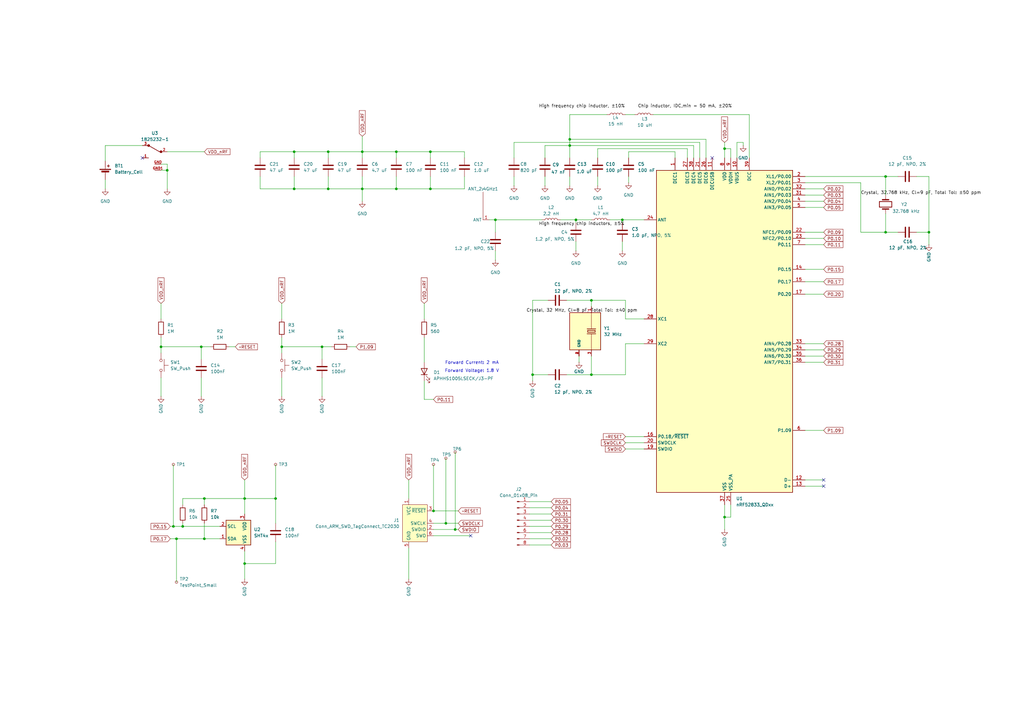
<source format=kicad_sch>
(kicad_sch (version 20231120) (generator "eeschema") (generator_version "8.0")
  (paper "A3")
  (lib_symbols
    (symbol "CX3225SB32000D0FPLCC:CX3225SB32000D0FPLCC" (pin_names (offset 1.016))
      (property "Reference" "Y" (at -7.6372 7.6315 0))
      (property "Value" "CX3225SB32000D0FPLCC" (at -7.6305 -8.8987 0))
      (symbol "CX3225SB32000D0FPLCC_0_0"
        (pin passive line (at -10.16 2.54 0) (length 2.54) (name "~") (number "1"))
        (pin power_in line (at 10.16 -2.54 180) (length 2.54) (name "GND") (number "2"))
        (pin passive line (at 10.16 2.54 180) (length 2.54) (name "~") (number "3"))
        (pin power_in line (at 10.16 -2.54 180) (length 2.54) (name "GND") (number "4"))
      )
    )
    (symbol "Connector:Conn_01x08_Pin" (pin_names (offset 1.016) hide)
      (property "Reference" "J" (at 0 10.16 0))
      (property "Value" "Conn_01x08_Pin" (at 0 -12.7 0))
      (symbol "Conn_01x08_Pin_1_1"
        (pin passive line (at 5.08 7.62 180) (length 3.81) (name "Pin_1") (number "1"))
        (pin passive line (at 5.08 5.08 180) (length 3.81) (name "Pin_2") (number "2"))
        (pin passive line (at 5.08 2.54 180) (length 3.81) (name "Pin_3") (number "3"))
        (pin passive line (at 5.08 0 180) (length 3.81) (name "Pin_4") (number "4"))
        (pin passive line (at 5.08 -2.54 180) (length 3.81) (name "Pin_5") (number "5"))
        (pin passive line (at 5.08 -5.08 180) (length 3.81) (name "Pin_6") (number "6"))
        (pin passive line (at 5.08 -7.62 180) (length 3.81) (name "Pin_7") (number "7"))
        (pin passive line (at 5.08 -10.16 180) (length 3.81) (name "Pin_8") (number "8"))
      )
    )
    (symbol "Connector:Conn_ARM_SWD_TagConnect_TC2030" (in_bom no)
      (property "Reference" "J" (at 2.54 11.43 0))
      (property "Value" "Conn_ARM_SWD_TagConnect_TC2030" (at 5.08 8.89 0))
      (symbol "Conn_ARM_SWD_TagConnect_TC2030_0_0"
        (pin power_in line (at -2.54 10.16 270) (length 2.54) (name "VCC") (number "1"))
        (pin bidirectional line (at 7.62 -2.54 180) (length 2.54) (name "SWDIO") (number "2"))
        (pin open_collector line (at 7.62 5.08 180) (length 2.54) (name "~{RESET}") (number "3"))
        (pin output line (at 7.62 0 180) (length 2.54) (name "SWCLK") (number "4"))
        (pin power_in line (at -2.54 -10.16 90) (length 2.54) (name "GND") (number "5"))
        (pin input line (at 7.62 -5.08 180) (length 2.54) (name "SWO") (number "6"))
      )
    )
    (symbol "Connector:TestPoint_Small" (pin_numbers hide) (pin_names (offset 0.762) hide)
      (property "Reference" "TP" (at 0 3.81 0))
      (property "Value" "TestPoint_Small" (at 0 2.032 0))
      (symbol "TestPoint_Small_1_1"
        (pin passive line (at 0 0 90) (length 0) (name "1") (number "1"))
      )
    )
    (symbol "Device:Battery_Cell" (pin_numbers hide) (pin_names (offset 0) hide)
      (property "Reference" "BT" (at 2.54 2.54 0))
      (property "Value" "Battery_Cell" (at 2.54 0 0))
      (symbol "Battery_Cell_1_1"
        (pin passive line (at 0 5.08 270) (length 2.54) (name "+") (number "1"))
        (pin passive line (at 0 -2.54 90) (length 2.54) (name "-") (number "2"))
      )
    )
    (symbol "Device:C" (pin_numbers hide) (pin_names (offset 0.254))
      (property "Reference" "C" (at 0.635 2.54 0))
      (property "Value" "C" (at 0.635 -2.54 0))
      (symbol "C_1_1"
        (pin passive line (at 0 3.81 270) (length 2.794) (name "~") (number "1"))
        (pin passive line (at 0 -3.81 90) (length 2.794) (name "~") (number "2"))
      )
    )
    (symbol "Device:Crystal" (pin_numbers hide) (pin_names (offset 1.016) hide)
      (property "Reference" "Y" (at 0 3.81 0))
      (property "Value" "Crystal" (at 0 -3.81 0))
      (symbol "Crystal_1_1"
        (pin passive line (at -3.81 0 0) (length 1.27) (name "1") (number "1"))
        (pin passive line (at 3.81 0 180) (length 1.27) (name "2") (number "2"))
      )
    )
    (symbol "Device:L" (pin_numbers hide) (pin_names (offset 1.016) hide)
      (property "Reference" "L" (at -1.27 0 90))
      (property "Value" "L" (at 1.905 0 90))
      (symbol "L_1_1"
        (pin passive line (at 0 3.81 270) (length 1.27) (name "1") (number "1"))
        (pin passive line (at 0 -3.81 90) (length 1.27) (name "2") (number "2"))
      )
    )
    (symbol "Device:LED" (pin_numbers hide) (pin_names (offset 1.016) hide)
      (property "Reference" "D" (at 0 2.54 0))
      (property "Value" "LED" (at 0 -2.54 0))
      (symbol "LED_1_1"
        (pin passive line (at -3.81 0 0) (length 2.54) (name "K") (number "1"))
        (pin passive line (at 3.81 0 180) (length 2.54) (name "A") (number "2"))
      )
    )
    (symbol "Device:R" (pin_numbers hide) (pin_names (offset 0))
      (property "Reference" "R" (at 2.032 0 90))
      (property "Value" "R" (at 0 0 90))
      (symbol "R_1_1"
        (pin passive line (at 0 3.81 270) (length 1.27) (name "~") (number "1"))
        (pin passive line (at 0 -3.81 90) (length 1.27) (name "~") (number "2"))
      )
    )
    (symbol "MCU_Nordic:nRF52833_QDxx"
      (property "Reference" "U" (at 0 5.08 0))
      (property "Value" "nRF52833_QDxx" (at 0 2.54 0))
      (symbol "nRF52833_QDxx_1_1"
        (pin passive line (at -20.32 71.12 270) (length 5.08) (name "DEC1") (number "1"))
        (pin power_in line (at 5.08 71.12 270) (length 5.08) (name "VBUS") (number "10"))
        (pin passive line (at -5.08 71.12 270) (length 5.08) (name "DECUSB") (number "11"))
        (pin bidirectional line (at 33.02 -60.96 180) (length 5.08) (name "D-") (number "12"))
        (pin bidirectional line (at 33.02 -63.5 180) (length 5.08) (name "D+") (number "13"))
        (pin bidirectional line (at 33.02 25.4 180) (length 5.08) (name "P0.15") (number "14"))
        (pin bidirectional line (at 33.02 20.32 180) (length 5.08) (name "P0.17") (number "15"))
        (pin bidirectional line (at -33.02 -43.18 0) (length 5.08) (name "P0.18/~{RESET}") (number "16"))
        (pin bidirectional line (at 33.02 15.24 180) (length 5.08) (name "P0.20") (number "17"))
        (pin passive line (at 0 71.12 270) (length 5.08) hide (name "VDD") (number "18"))
        (pin bidirectional line (at -33.02 -48.26 0) (length 5.08) (name "SWDIO") (number "19"))
        (pin bidirectional line (at 33.02 63.5 180) (length 5.08) (name "XL1/P0.00") (number "2"))
        (pin input line (at -33.02 -45.72 0) (length 5.08) (name "SWDCLK") (number "20"))
        (pin passive line (at -10.16 71.12 270) (length 5.08) (name "DEC5") (number "21"))
        (pin bidirectional line (at 33.02 40.64 180) (length 5.08) (name "NFC1/P0.09") (number "22"))
        (pin bidirectional line (at 33.02 38.1 180) (length 5.08) (name "NFC2/P0.10") (number "23"))
        (pin passive line (at -33.02 45.72 0) (length 5.08) (name "ANT") (number "24"))
        (pin power_in line (at 2.54 -71.12 90) (length 5.08) (name "VSS_PA") (number "25"))
        (pin passive line (at -7.62 71.12 270) (length 5.08) (name "DEC6") (number "26"))
        (pin passive line (at -15.24 71.12 270) (length 5.08) (name "DEC3") (number "27"))
        (pin input line (at -33.02 5.08 0) (length 5.08) (name "XC1") (number "28"))
        (pin input line (at -33.02 -5.08 0) (length 5.08) (name "XC2") (number "29"))
        (pin bidirectional line (at 33.02 60.96 180) (length 5.08) (name "XL2/P0.01") (number "3"))
        (pin passive line (at 0 71.12 270) (length 5.08) hide (name "VDD") (number "30"))
        (pin bidirectional line (at 33.02 55.88 180) (length 5.08) (name "AIN1/P0.03") (number "31"))
        (pin bidirectional line (at 33.02 58.42 180) (length 5.08) (name "AIN0/P0.02") (number "32"))
        (pin bidirectional line (at 33.02 -5.08 180) (length 5.08) (name "AIN4/P0.28") (number "33"))
        (pin bidirectional line (at 33.02 -7.62 180) (length 5.08) (name "AIN5/P0.29") (number "34"))
        (pin bidirectional line (at 33.02 -10.16 180) (length 5.08) (name "AIN6/P0.30") (number "35"))
        (pin bidirectional line (at 33.02 -12.7 180) (length 5.08) (name "AIN7/P0.31") (number "36"))
        (pin power_in line (at 0 -71.12 90) (length 5.08) (name "VSS") (number "37"))
        (pin passive line (at -12.7 71.12 270) (length 5.08) (name "DEC4") (number "38"))
        (pin power_out line (at 10.16 71.12 270) (length 5.08) (name "DCC") (number "39"))
        (pin bidirectional line (at 33.02 53.34 180) (length 5.08) (name "AIN2/P0.04") (number "4"))
        (pin passive line (at 0 71.12 270) (length 5.08) hide (name "VDD") (number "40"))
        (pin passive line (at 0 -71.12 90) (length 5.08) hide (name "VSS") (number "41"))
        (pin bidirectional line (at 33.02 50.8 180) (length 5.08) (name "AIN3/P0.05") (number "5"))
        (pin bidirectional line (at 33.02 -40.64 180) (length 5.08) (name "P1.09") (number "6"))
        (pin bidirectional line (at 33.02 35.56 180) (length 5.08) (name "P0.11") (number "7"))
        (pin power_in line (at 0 71.12 270) (length 5.08) (name "VDD") (number "8"))
        (pin power_in line (at 2.54 71.12 270) (length 5.08) (name "VDDH") (number "9"))
      )
    )
    (symbol "Sensor_Humidity:SHT4x"
      (property "Reference" "U" (at 0 8.89 0))
      (property "Value" "SHT4x" (at 0 6.35 0))
      (symbol "SHT4x_1_1"
        (pin bidirectional line (at -7.62 -2.54 0) (length 2.54) (name "SDA") (number "1"))
        (pin input line (at -7.62 2.54 0) (length 2.54) (name "SCL") (number "2"))
        (pin power_in line (at 2.54 7.62 270) (length 2.54) (name "VDD") (number "3"))
        (pin power_in line (at 2.54 -7.62 90) (length 2.54) (name "VSS") (number "4"))
      )
    )
    (symbol "Switch:SW_Push" (pin_numbers hide) (pin_names (offset 1.016) hide)
      (property "Reference" "SW" (at 1.27 2.54 0))
      (property "Value" "SW_Push" (at 0 -1.524 0))
      (symbol "SW_Push_0_1"
        (pin passive line (at -5.08 0 0) (length 2.54) (name "1") (number "1"))
        (pin passive line (at 5.08 0 180) (length 2.54) (name "2") (number "2"))
      )
    )
    (symbol "antenna_2_4ghz:antenna-2.Ghz"
      (property "Reference" "ANT_2.4GHz" (at 6.858 1.016 0))
      (symbol "antenna-2.Ghz_1_1"
        (pin input line (at 0 -2.54 90) (length 2.54) (name "ANT") (number "1"))
      )
    )
    (symbol "power:GND" (power) (pin_numbers hide) (pin_names (offset 0) hide)
      (property "Value" "GND" (at 0 -3.81 0))
      (symbol "GND_1_1"
        (pin power_in line (at 0 0 270) (length 0) (name "~") (number "1"))
      )
    )
    (symbol "slide_switch:1825232-1" (pin_names (offset 1.016))
      (property "Reference" "U" (at 0 1.5247 0))
      (property "Value" "1825232-1" (at 0 7.1182 0))
      (symbol "1825232-1_0_0"
        (pin passive line (at -5.08 -7.62 0) (length 2.54) (name "~") (number "1"))
        (pin passive line (at 5.08 -5.08 180) (length 2.54) (name "~") (number "2"))
        (pin passive line (at -5.08 -2.54 0) (length 2.54) (name "~") (number "3"))
        (pin passive line (at 2.54 -10.16 180) (length 2.54) (name "~") (number "GND"))
        (pin passive line (at 2.54 -12.7 180) (length 2.54) (name "~") (number "GND1"))
      )
    )
  )
  (junction (at 233.68 59.69))
  (junction (at 82.55 142.24))
  (junction (at 297.18 60.96))
  (junction (at 363.22 72.39))
  (junction (at 83.82 220.98))
  (junction (at 68.58 69.85))
  (junction (at 71.12 215.9))
  (junction (at 162.56 62.23))
  (junction (at 203.2 90.17))
  (junction (at 100.33 231.14))
  (junction (at 186.69 217.17))
  (junction (at 72.39 220.98))
  (junction (at 148.59 77.47))
  (junction (at 66.04 142.24))
  (junction (at 100.33 204.47))
  (junction (at 176.53 77.47))
  (junction (at 120.65 62.23))
  (junction (at 134.62 77.47))
  (junction (at 176.53 62.23))
  (junction (at 148.59 62.23))
  (junction (at 381 95.25))
  (junction (at 177.8 209.55))
  (junction (at 120.65 77.47))
  (junction (at 132.08 142.24))
  (junction (at 242.57 153.67))
  (junction (at 74.93 215.9))
  (junction (at 297.18 212.09))
  (junction (at 83.82 204.47))
  (junction (at 236.22 90.17))
  (junction (at 134.62 62.23))
  (junction (at 113.03 204.47))
  (junction (at 242.57 123.19))
  (junction (at 233.68 57.15))
  (junction (at 182.88 214.63))
  (junction (at 115.57 142.24))
  (junction (at 162.56 77.47))
  (junction (at 255.27 90.17))
  (junction (at 363.22 95.25))
  (junction (at 218.44 153.67))
  (no_connect (at 58.42 64.77))
  (no_connect (at 193.04 219.71))
  (no_connect (at 292.1 64.77))
  (no_connect (at 337.82 196.85))
  (no_connect (at 337.82 199.39))
  (wire (pts (xy 375.92 95.25) (xy 381 95.25)))
  (wire (pts (xy 100.33 204.47) (xy 100.33 210.82)))
  (wire (pts (xy 299.72 207.01) (xy 299.72 212.09)))
  (wire (pts (xy 162.56 77.47) (xy 176.53 77.47)))
  (wire (pts (xy 233.68 59.69) (xy 284.48 59.69)))
  (wire (pts (xy 245.11 60.96) (xy 245.11 64.77)))
  (wire (pts (xy 210.82 58.42) (xy 210.82 64.77)))
  (wire (pts (xy 330.2 143.51) (xy 337.82 143.51)))
  (wire (pts (xy 190.5 64.77) (xy 190.5 62.23)))
  (wire (pts (xy 113.03 214.63) (xy 113.03 204.47)))
  (wire (pts (xy 43.18 59.69) (xy 58.42 59.69)))
  (wire (pts (xy 217.17 218.44) (xy 226.06 218.44)))
  (wire (pts (xy 113.03 190.5) (xy 113.03 204.47)))
  (wire (pts (xy 256.54 130.81) (xy 256.54 123.19)))
  (wire (pts (xy 330.2 199.39) (xy 337.82 199.39)))
  (wire (pts (xy 66.04 67.31) (xy 68.58 67.31)))
  (wire (pts (xy 115.57 142.24) (xy 132.08 142.24)))
  (wire (pts (xy 242.57 146.05) (xy 242.57 153.67)))
  (wire (pts (xy 100.33 226.06) (xy 100.33 231.14)))
  (wire (pts (xy 66.04 154.94) (xy 66.04 162.56)))
  (wire (pts (xy 148.59 64.77) (xy 148.59 62.23)))
  (wire (pts (xy 182.88 187.96) (xy 182.88 214.63)))
  (wire (pts (xy 68.58 62.23) (xy 83.82 62.23)))
  (wire (pts (xy 113.03 204.47) (xy 100.33 204.47)))
  (wire (pts (xy 173.99 124.46) (xy 173.99 130.81)))
  (wire (pts (xy 148.59 77.47) (xy 162.56 77.47)))
  (wire (pts (xy 132.08 142.24) (xy 132.08 147.32)))
  (wire (pts (xy 297.18 60.96) (xy 299.72 60.96)))
  (wire (pts (xy 281.94 60.96) (xy 245.11 60.96)))
  (wire (pts (xy 299.72 64.77) (xy 299.72 60.96)))
  (wire (pts (xy 245.11 72.39) (xy 245.11 76.2)))
  (wire (pts (xy 167.64 224.79) (xy 167.64 237.49)))
  (wire (pts (xy 233.68 59.69) (xy 233.68 64.77)))
  (wire (pts (xy 330.2 85.09) (xy 337.82 85.09)))
  (wire (pts (xy 256.54 184.15) (xy 264.16 184.15)))
  (wire (pts (xy 256.54 46.99) (xy 260.35 46.99)))
  (wire (pts (xy 302.26 64.77) (xy 302.26 58.42)))
  (wire (pts (xy 143.51 142.24) (xy 146.05 142.24)))
  (wire (pts (xy 264.16 90.17) (xy 255.27 90.17)))
  (wire (pts (xy 330.2 196.85) (xy 337.82 196.85)))
  (wire (pts (xy 381 95.25) (xy 381 100.33)))
  (wire (pts (xy 276.86 64.77) (xy 276.86 62.23)))
  (wire (pts (xy 71.12 215.9) (xy 74.93 215.9)))
  (wire (pts (xy 190.5 62.23) (xy 176.53 62.23)))
  (wire (pts (xy 148.59 77.47) (xy 148.59 82.55)))
  (wire (pts (xy 353.06 74.93) (xy 353.06 95.25)))
  (wire (pts (xy 363.22 72.39) (xy 368.3 72.39)))
  (wire (pts (xy 167.64 196.85) (xy 167.64 204.47)))
  (wire (pts (xy 120.65 72.39) (xy 120.65 77.47)))
  (wire (pts (xy 330.2 72.39) (xy 363.22 72.39)))
  (wire (pts (xy 83.82 220.98) (xy 90.17 220.98)))
  (wire (pts (xy 106.68 64.77) (xy 106.68 62.23)))
  (wire (pts (xy 242.57 123.19) (xy 256.54 123.19)))
  (wire (pts (xy 297.18 212.09) (xy 297.18 217.17)))
  (wire (pts (xy 217.17 210.82) (xy 226.06 210.82)))
  (wire (pts (xy 257.81 72.39) (xy 257.81 74.93)))
  (wire (pts (xy 120.65 62.23) (xy 120.65 64.77)))
  (wire (pts (xy 177.8 219.71) (xy 193.04 219.71)))
  (wire (pts (xy 330.2 120.65) (xy 337.82 120.65)))
  (wire (pts (xy 162.56 77.47) (xy 162.56 72.39)))
  (wire (pts (xy 330.2 95.25) (xy 337.82 95.25)))
  (wire (pts (xy 176.53 77.47) (xy 190.5 77.47)))
  (wire (pts (xy 74.93 207.01) (xy 74.93 204.47)))
  (wire (pts (xy 224.79 123.19) (xy 218.44 123.19)))
  (wire (pts (xy 229.87 90.17) (xy 236.22 90.17)))
  (wire (pts (xy 173.99 156.21) (xy 173.99 163.83)))
  (wire (pts (xy 190.5 72.39) (xy 190.5 77.47)))
  (wire (pts (xy 186.69 217.17) (xy 187.96 217.17)))
  (wire (pts (xy 66.04 142.24) (xy 66.04 144.78)))
  (wire (pts (xy 66.04 124.46) (xy 66.04 130.81)))
  (wire (pts (xy 200.66 90.17) (xy 203.2 90.17)))
  (wire (pts (xy 162.56 64.77) (xy 162.56 62.23)))
  (wire (pts (xy 66.04 142.24) (xy 82.55 142.24)))
  (wire (pts (xy 302.26 58.42) (xy 304.8 58.42)))
  (wire (pts (xy 248.92 46.99) (xy 233.68 46.99)))
  (wire (pts (xy 307.34 64.77) (xy 307.34 46.99)))
  (wire (pts (xy 173.99 163.83) (xy 177.8 163.83)))
  (wire (pts (xy 217.17 208.28) (xy 226.06 208.28)))
  (wire (pts (xy 330.2 74.93) (xy 353.06 74.93)))
  (wire (pts (xy 257.81 62.23) (xy 257.81 64.77)))
  (wire (pts (xy 115.57 142.24) (xy 115.57 144.78)))
  (wire (pts (xy 330.2 115.57) (xy 337.82 115.57)))
  (wire (pts (xy 330.2 77.47) (xy 337.82 77.47)))
  (wire (pts (xy 66.04 69.85) (xy 68.58 69.85)))
  (wire (pts (xy 233.68 57.15) (xy 233.68 59.69)))
  (wire (pts (xy 134.62 62.23) (xy 148.59 62.23)))
  (wire (pts (xy 148.59 62.23) (xy 162.56 62.23)))
  (wire (pts (xy 148.59 72.39) (xy 148.59 77.47)))
  (wire (pts (xy 232.41 153.67) (xy 242.57 153.67)))
  (wire (pts (xy 217.17 213.36) (xy 226.06 213.36)))
  (wire (pts (xy 330.2 176.53) (xy 337.82 176.53)))
  (wire (pts (xy 100.33 231.14) (xy 100.33 237.49)))
  (wire (pts (xy 256.54 140.97) (xy 256.54 153.67)))
  (wire (pts (xy 66.04 138.43) (xy 66.04 142.24)))
  (wire (pts (xy 284.48 64.77) (xy 284.48 59.69)))
  (wire (pts (xy 264.16 130.81) (xy 256.54 130.81)))
  (wire (pts (xy 237.49 146.05) (xy 237.49 148.59)))
  (wire (pts (xy 233.68 72.39) (xy 233.68 76.2)))
  (wire (pts (xy 68.58 69.85) (xy 68.58 77.47)))
  (wire (pts (xy 381 72.39) (xy 381 95.25)))
  (wire (pts (xy 289.56 64.77) (xy 289.56 57.15)))
  (wire (pts (xy 330.2 82.55) (xy 337.82 82.55)))
  (wire (pts (xy 106.68 62.23) (xy 120.65 62.23)))
  (wire (pts (xy 217.17 223.52) (xy 226.06 223.52)))
  (wire (pts (xy 242.57 123.19) (xy 242.57 125.73)))
  (wire (pts (xy 330.2 110.49) (xy 337.82 110.49)))
  (wire (pts (xy 256.54 179.07) (xy 264.16 179.07)))
  (wire (pts (xy 236.22 90.17) (xy 236.22 91.44)))
  (wire (pts (xy 233.68 46.99) (xy 233.68 57.15)))
  (wire (pts (xy 218.44 123.19) (xy 218.44 153.67)))
  (wire (pts (xy 82.55 142.24) (xy 82.55 147.32)))
  (wire (pts (xy 223.52 72.39) (xy 223.52 76.2)))
  (wire (pts (xy 106.68 77.47) (xy 120.65 77.47)))
  (wire (pts (xy 297.18 60.96) (xy 297.18 64.77)))
  (wire (pts (xy 256.54 181.61) (xy 264.16 181.61)))
  (wire (pts (xy 242.57 90.17) (xy 236.22 90.17)))
  (wire (pts (xy 115.57 154.94) (xy 115.57 162.56)))
  (wire (pts (xy 176.53 72.39) (xy 176.53 77.47)))
  (wire (pts (xy 330.2 80.01) (xy 337.82 80.01)))
  (wire (pts (xy 113.03 222.25) (xy 113.03 231.14)))
  (wire (pts (xy 115.57 138.43) (xy 115.57 142.24)))
  (wire (pts (xy 106.68 72.39) (xy 106.68 77.47)))
  (wire (pts (xy 71.12 190.5) (xy 71.12 215.9)))
  (wire (pts (xy 264.16 140.97) (xy 256.54 140.97)))
  (wire (pts (xy 203.2 90.17) (xy 222.25 90.17)))
  (wire (pts (xy 330.2 97.79) (xy 337.82 97.79)))
  (wire (pts (xy 177.8 190.5) (xy 177.8 209.55)))
  (wire (pts (xy 134.62 64.77) (xy 134.62 62.23)))
  (wire (pts (xy 255.27 90.17) (xy 255.27 91.44)))
  (wire (pts (xy 134.62 77.47) (xy 148.59 77.47)))
  (wire (pts (xy 132.08 154.94) (xy 132.08 162.56)))
  (wire (pts (xy 233.68 57.15) (xy 289.56 57.15)))
  (wire (pts (xy 93.98 142.24) (xy 96.52 142.24)))
  (wire (pts (xy 203.2 90.17) (xy 203.2 95.25)))
  (wire (pts (xy 186.69 217.17) (xy 186.69 185.42)))
  (wire (pts (xy 330.2 148.59) (xy 337.82 148.59)))
  (wire (pts (xy 82.55 154.94) (xy 82.55 162.56)))
  (wire (pts (xy 363.22 95.25) (xy 368.3 95.25)))
  (wire (pts (xy 330.2 100.33) (xy 337.82 100.33)))
  (wire (pts (xy 242.57 153.67) (xy 256.54 153.67)))
  (wire (pts (xy 69.85 220.98) (xy 72.39 220.98)))
  (wire (pts (xy 210.82 72.39) (xy 210.82 76.2)))
  (wire (pts (xy 330.2 140.97) (xy 337.82 140.97)))
  (wire (pts (xy 297.18 207.01) (xy 297.18 212.09)))
  (wire (pts (xy 134.62 72.39) (xy 134.62 77.47)))
  (wire (pts (xy 255.27 99.06) (xy 255.27 102.87)))
  (wire (pts (xy 74.93 204.47) (xy 83.82 204.47)))
  (wire (pts (xy 330.2 146.05) (xy 337.82 146.05)))
  (wire (pts (xy 281.94 64.77) (xy 281.94 60.96)))
  (wire (pts (xy 74.93 215.9) (xy 90.17 215.9)))
  (wire (pts (xy 74.93 214.63) (xy 74.93 215.9)))
  (wire (pts (xy 177.8 217.17) (xy 186.69 217.17)))
  (wire (pts (xy 148.59 55.88) (xy 148.59 62.23)))
  (wire (pts (xy 83.82 204.47) (xy 83.82 207.01)))
  (wire (pts (xy 162.56 62.23) (xy 176.53 62.23)))
  (wire (pts (xy 363.22 95.25) (xy 363.22 87.63)))
  (wire (pts (xy 217.17 205.74) (xy 226.06 205.74)))
  (wire (pts (xy 353.06 95.25) (xy 363.22 95.25)))
  (wire (pts (xy 72.39 220.98) (xy 72.39 238.76)))
  (wire (pts (xy 177.8 209.55) (xy 187.96 209.55)))
  (wire (pts (xy 83.82 214.63) (xy 83.82 220.98)))
  (wire (pts (xy 218.44 153.67) (xy 218.44 156.21)))
  (wire (pts (xy 83.82 204.47) (xy 100.33 204.47)))
  (wire (pts (xy 86.36 142.24) (xy 82.55 142.24)))
  (wire (pts (xy 267.97 46.99) (xy 307.34 46.99)))
  (wire (pts (xy 72.39 220.98) (xy 83.82 220.98)))
  (wire (pts (xy 100.33 196.85) (xy 100.33 204.47)))
  (wire (pts (xy 218.44 153.67) (xy 224.79 153.67)))
  (wire (pts (xy 217.17 215.9) (xy 226.06 215.9)))
  (wire (pts (xy 203.2 102.87) (xy 203.2 106.68)))
  (wire (pts (xy 43.18 66.04) (xy 43.18 59.69)))
  (wire (pts (xy 113.03 231.14) (xy 100.33 231.14)))
  (wire (pts (xy 276.86 62.23) (xy 257.81 62.23)))
  (wire (pts (xy 297.18 212.09) (xy 299.72 212.09)))
  (wire (pts (xy 223.52 59.69) (xy 223.52 64.77)))
  (wire (pts (xy 173.99 138.43) (xy 173.99 148.59)))
  (wire (pts (xy 43.18 73.66) (xy 43.18 77.47)))
  (wire (pts (xy 250.19 90.17) (xy 255.27 90.17)))
  (wire (pts (xy 217.17 220.98) (xy 226.06 220.98)))
  (wire (pts (xy 115.57 124.46) (xy 115.57 130.81)))
  (wire (pts (xy 363.22 72.39) (xy 363.22 80.01)))
  (wire (pts (xy 287.02 58.42) (xy 210.82 58.42)))
  (wire (pts (xy 68.58 67.31) (xy 68.58 69.85)))
  (wire (pts (xy 120.65 62.23) (xy 134.62 62.23)))
  (wire (pts (xy 304.8 58.42) (xy 304.8 59.69)))
  (wire (pts (xy 182.88 214.63) (xy 187.96 214.63)))
  (wire (pts (xy 236.22 99.06) (xy 236.22 102.87)))
  (wire (pts (xy 232.41 123.19) (xy 242.57 123.19)))
  (wire (pts (xy 223.52 59.69) (xy 233.68 59.69)))
  (wire (pts (xy 177.8 214.63) (xy 182.88 214.63)))
  (wire (pts (xy 375.92 72.39) (xy 381 72.39)))
  (wire (pts (xy 135.89 142.24) (xy 132.08 142.24)))
  (wire (pts (xy 120.65 77.47) (xy 134.62 77.47)))
  (wire (pts (xy 176.53 64.77) (xy 176.53 62.23)))
  (wire (pts (xy 69.85 215.9) (xy 71.12 215.9)))
  (wire (pts (xy 287.02 64.77) (xy 287.02 58.42)))
  (wire (pts (xy 297.18 58.42) (xy 297.18 60.96)))
  (text "Forward Voltage: 1.8 V " (at 194.056 152.146 0) (effects (font (size 1.27 1.27))))
  (text "Forward Current: 2 mA " (at 194.056 148.844 0) (effects (font (size 1.27 1.27))))
  (label "Crystal, 32.768 kHz, Cl=9 pF, Total Tol: ±50 ppm" (at 353.06 80.01 0))
  (label "High frequency chip inductor, ±10%" (at 220.98 44.45 0))
  (label "Crystal, 32 MHz, Cl=8 pF, Total Tol: ±40 ppm" (at 215.9 128.27 0))
  (label "Chip inductor, IDC,min = 50 mA, ±20%" (at 261.62 44.45 0))
  (label "High frequency chip inductors, ±5%" (at 220.98 92.71 0))
  (global_label "P0.31" (shape input) (at 337.82 148.59 0) (property "Intersheetrefs" "${INTERSHEET_REFS}" (effects (hide yes))))
  (global_label "VDD_nRF" (shape input) (at 297.18 58.42 90) (property "Intersheetrefs" "${INTERSHEET_REFS}" (effects (hide yes))))
  (global_label "P0.03" (shape input) (at 226.06 223.52 0) (property "Intersheetrefs" "${INTERSHEET_REFS}" (effects (hide yes))))
  (global_label "VDD_nRF" (shape input) (at 100.33 196.85 90) (property "Intersheetrefs" "${INTERSHEET_REFS}" (effects (hide yes))))
  (global_label "VDD_nRF" (shape input) (at 173.99 124.46 90) (property "Intersheetrefs" "${INTERSHEET_REFS}" (effects (hide yes))))
  (global_label "P0.11" (shape input) (at 177.8 163.83 0) (property "Intersheetrefs" "${INTERSHEET_REFS}" (effects (hide yes))))
  (global_label "~RESET" (shape input) (at 96.52 142.24 0) (property "Intersheetrefs" "${INTERSHEET_REFS}" (effects (hide yes))))
  (global_label "P0.30" (shape input) (at 337.82 146.05 0) (property "Intersheetrefs" "${INTERSHEET_REFS}" (effects (hide yes))))
  (global_label "P0.29" (shape input) (at 226.06 215.9 0) (property "Intersheetrefs" "${INTERSHEET_REFS}" (effects (hide yes))))
  (global_label "P0.11" (shape input) (at 337.82 100.33 0) (property "Intersheetrefs" "${INTERSHEET_REFS}" (effects (hide yes))))
  (global_label "P0.15" (shape input) (at 337.82 110.49 0) (property "Intersheetrefs" "${INTERSHEET_REFS}" (effects (hide yes))))
  (global_label "SWDCLK" (shape input) (at 187.96 214.63 0) (property "Intersheetrefs" "${INTERSHEET_REFS}" (effects (hide yes))))
  (global_label "P1.09" (shape input) (at 146.05 142.24 0) (property "Intersheetrefs" "${INTERSHEET_REFS}" (effects (hide yes))))
  (global_label "P0.03" (shape input) (at 337.82 80.01 0) (property "Intersheetrefs" "${INTERSHEET_REFS}" (effects (hide yes))))
  (global_label "VDD_nRF" (shape input) (at 66.04 124.46 90) (property "Intersheetrefs" "${INTERSHEET_REFS}" (effects (hide yes))))
  (global_label "VDD_nRF" (shape input) (at 148.59 55.88 90) (property "Intersheetrefs" "${INTERSHEET_REFS}" (effects (hide yes))))
  (global_label "P0.31" (shape input) (at 226.06 210.82 0) (property "Intersheetrefs" "${INTERSHEET_REFS}" (effects (hide yes))))
  (global_label "P0.04" (shape input) (at 226.06 208.28 0) (property "Intersheetrefs" "${INTERSHEET_REFS}" (effects (hide yes))))
  (global_label "P0.17" (shape input) (at 69.85 220.98 180) (property "Intersheetrefs" "${INTERSHEET_REFS}" (effects (hide yes))))
  (global_label "P0.02" (shape input) (at 226.06 220.98 0) (property "Intersheetrefs" "${INTERSHEET_REFS}" (effects (hide yes))))
  (global_label "P0.02" (shape input) (at 337.82 77.47 0) (property "Intersheetrefs" "${INTERSHEET_REFS}" (effects (hide yes))))
  (global_label "~RESET" (shape input) (at 187.96 209.55 0) (property "Intersheetrefs" "${INTERSHEET_REFS}" (effects (hide yes))))
  (global_label "P0.28" (shape input) (at 226.06 218.44 0) (property "Intersheetrefs" "${INTERSHEET_REFS}" (effects (hide yes))))
  (global_label "VDD_nRF" (shape input) (at 115.57 124.46 90) (property "Intersheetrefs" "${INTERSHEET_REFS}" (effects (hide yes))))
  (global_label "SWDIO" (shape input) (at 256.54 184.15 180) (property "Intersheetrefs" "${INTERSHEET_REFS}" (effects (hide yes))))
  (global_label "P0.04" (shape input) (at 337.82 82.55 0) (property "Intersheetrefs" "${INTERSHEET_REFS}" (effects (hide yes))))
  (global_label "P0.20" (shape input) (at 337.82 120.65 0) (property "Intersheetrefs" "${INTERSHEET_REFS}" (effects (hide yes))))
  (global_label "P0.30" (shape input) (at 226.06 213.36 0) (property "Intersheetrefs" "${INTERSHEET_REFS}" (effects (hide yes))))
  (global_label "SWDIO" (shape input) (at 187.96 217.17 0) (property "Intersheetrefs" "${INTERSHEET_REFS}" (effects (hide yes))))
  (global_label "P1.09" (shape input) (at 337.82 176.53 0) (property "Intersheetrefs" "${INTERSHEET_REFS}" (effects (hide yes))))
  (global_label "P0.05" (shape input) (at 337.82 85.09 0) (property "Intersheetrefs" "${INTERSHEET_REFS}" (effects (hide yes))))
  (global_label "P0.15" (shape input) (at 69.85 215.9 180) (property "Intersheetrefs" "${INTERSHEET_REFS}" (effects (hide yes))))
  (global_label "VDD_nRF" (shape input) (at 167.64 196.85 90) (property "Intersheetrefs" "${INTERSHEET_REFS}" (effects (hide yes))))
  (global_label "P0.10" (shape input) (at 337.82 97.79 0) (property "Intersheetrefs" "${INTERSHEET_REFS}" (effects (hide yes))))
  (global_label "VDD_nRF" (shape input) (at 83.82 62.23 0) (property "Intersheetrefs" "${INTERSHEET_REFS}" (effects (hide yes))))
  (global_label "SWDCLK" (shape input) (at 256.54 181.61 180) (property "Intersheetrefs" "${INTERSHEET_REFS}" (effects (hide yes))))
  (global_label "P0.09" (shape input) (at 337.82 95.25 0) (property "Intersheetrefs" "${INTERSHEET_REFS}" (effects (hide yes))))
  (global_label "P0.17" (shape input) (at 337.82 115.57 0) (property "Intersheetrefs" "${INTERSHEET_REFS}" (effects (hide yes))))
  (global_label "P0.29" (shape input) (at 337.82 143.51 0) (property "Intersheetrefs" "${INTERSHEET_REFS}" (effects (hide yes))))
  (global_label "P0.28" (shape input) (at 337.82 140.97 0) (property "Intersheetrefs" "${INTERSHEET_REFS}" (effects (hide yes))))
  (global_label "~RESET" (shape input) (at 256.54 179.07 180) (property "Intersheetrefs" "${INTERSHEET_REFS}" (effects (hide yes))))
  (global_label "P0.05" (shape input) (at 226.06 205.74 0) (property "Intersheetrefs" "${INTERSHEET_REFS}" (effects (hide yes))))
  (symbol (lib_id "antenna_2_4ghz:antenna-2.Ghz") (at 198.12 90.17 90) (unit 1)
    (property "Reference" "ANT_2.4GHz1" (at 198.12 77.47 90))
    (property "Value" "~" (at 198.12 77.47 90))
    (property "Footprint" "antenna_2_4_GHz:antenna_2_4GHz" (effects (hide yes)))
  )
  (symbol (lib_id "Connector:Conn_ARM_SWD_TagConnect_TC2030") (at 170.18 214.63 0) (unit 1) (in_bom no)
    (property "Reference" "J1" (at 163.83 213.3599 0) (effects (justify right)))
    (property "Value" "Conn_ARM_SWD_TagConnect_TC2030" (at 163.83 215.8999 0) (effects (justify right)))
    (property "Footprint" "Connector:Tag-Connect_TC2030-IDC-FP_2x03_P1.27mm_Vertical" (effects (hide yes)))
    (property "Datasheet" "https://www.tag-connect.com/wp-content/uploads/bsk-pdf-manager/TC2030-CTX_1.pdf" (effects (hide yes)))
    (property "Description" "Tag-Connect ARM Cortex SWD JTAG connector, 6 pin" (effects (hide yes)))
  )
  (symbol (lib_id "power:GND") (at 167.64 237.49 0) (unit 1)
    (property "Reference" "#PWR012" (effects (hide yes)))
    (property "Value" "GND" (at 167.64 242.57 90))
    (property "Description" "Power symbol creates a global label with name \"GND\" , ground" (effects (hide yes)))
  )
  (symbol (lib_id "power:GND") (at 304.8 59.69 0) (unit 1)
    (property "Reference" "#PWR011" (effects (hide yes)))
    (property "Value" "GND" (at 304.8 64.77 0))
    (property "Description" "Power symbol creates a global label with name \"GND\" , ground" (effects (hide yes)))
  )
  (symbol (lib_id "Device:C") (at 190.5 68.58 0) (unit 1)
    (property "Reference" "C12" (at 194.31 67.3099 0) (effects (justify left)))
    (property "Value" "1.0 uF" (at 194.31 69.8499 0) (effects (justify left)))
    (property "Footprint" "Capacitor_SMD:C_0402_1005Metric" (effects (hide yes)))
    (property "Datasheet" "Capacitor, X7S, ±10%" (effects (hide yes)))
    (property "Description" "Unpolarized capacitor" (effects (hide yes)))
  )
  (symbol (lib_id "Connector:TestPoint_Small") (at 72.39 238.76 0) (unit 1)
    (property "Reference" "TP2" (at 73.66 237.4899 0) (effects (justify left)))
    (property "Value" "TestPoint_Small" (at 73.66 240.0299 0) (effects (justify left)))
    (property "Footprint" "TestPoint:TestPoint_Pad_D1.0mm" (effects (hide yes)))
    (property "Description" "test point" (effects (hide yes)))
  )
  (symbol (lib_id "CX3225SB32000D0FPLCC:CX3225SB32000D0FPLCC") (at 240.03 135.89 270) (unit 1)
    (property "Reference" "Y1" (at 247.65 134.6199 90) (effects (justify left)))
    (property "Value" "32 MHz" (at 247.65 137.1599 90) (effects (justify left)))
    (property "Footprint" "kicad_libs:OSCCC320X250X60N" (effects (hide yes)))
    (property "Description" "Four pin crystal, GND on pins 2 and 3" (effects (hide yes)))
    (property "MF" "Kyocera International" (effects (hide yes)))
    (property "DESCRIPTION" "Crystal 25.0000mhz 8pf Smd" (effects (hide yes)))
    (property "PACKAGE" "SMD-4 AVX / Kyocera" (effects (hide yes)))
    (property "PRICE" "None" (effects (hide yes)))
    (property "Package" "SMD-4 Kyocera International Inc. Electronic Components" (effects (hide yes)))
    (property "Check_prices" "https://www.snapeda.com/parts/CX3225SB32000D0FPLCC/Kyocera/view-part/?ref=eda" (effects (hide yes)))
    (property "STANDARD" "IPC-7351B" (effects (hide yes)))
    (property "PARTREV" "N/A" (effects (hide yes)))
    (property "SnapEDA_Link" "https://www.snapeda.com/parts/CX3225SB32000D0FPLCC/Kyocera/view-part/?ref=snap" (effects (hide yes)))
    (property "MP" "CX3225SB32000D0FPLCC" (effects (hide yes)))
    (property "Price" "None" (effects (hide yes)))
    (property "Availability" "In Stock" (effects (hide yes)))
    (property "AVAILABILITY" "Unavailable" (effects (hide yes)))
    (property "Description_1" "\n                        \n                            32 MHz ±10ppm Crystal 8pF 50 Ohms 4-SMD, No Lead\n                        \n" (effects (hide yes)))
  )
  (symbol (lib_id "power:GND") (at 148.59 82.55 0) (unit 1)
    (property "Reference" "#PWR01" (effects (hide yes)))
    (property "Value" "GND" (at 148.59 87.63 0))
    (property "Description" "Power symbol creates a global label with name \"GND\" , ground" (effects (hide yes)))
  )
  (symbol (lib_id "Device:C") (at 148.59 68.58 0) (unit 1)
    (property "Reference" "C6" (at 152.4 67.3099 0) (effects (justify left)))
    (property "Value" "4.7 uF" (at 152.4 69.8499 0) (effects (justify left)))
    (property "Footprint" "Capacitor_SMD:C_0603_1608Metric" (effects (hide yes)))
    (property "Datasheet" "Capacitor, X7R, ±10%" (effects (hide yes)))
    (property "Description" "Unpolarized capacitor" (effects (hide yes)))
  )
  (symbol (lib_id "Sensor_Humidity:SHT4x") (at 97.79 218.44 0) (unit 1)
    (property "Reference" "U2" (at 104.14 217.1699 0) (effects (justify left)))
    (property "Value" "SHT4x" (at 104.14 219.7099 0) (effects (justify left)))
    (property "Footprint" "Sensor_Humidity:Sensirion_DFN-4_1.5x1.5mm_P0.8mm_SHT4x_NoCentralPad" (effects (hide yes)))
    (property "Datasheet" "https://sensirion.com/media/documents/33FD6951/624C4357/Datasheet_SHT4x.pdf" (effects (hide yes)))
    (property "Description" "Digital Humidity and Temperature Sensor, ±1%RH, ±0.1°C, I2C, 1.08-3.6V, 16bit, DFN-4" (effects (hide yes)))
  )
  (symbol (lib_id "Switch:SW_Push") (at 115.57 149.86 270) (unit 1)
    (property "Reference" "SW2" (at 119.38 148.5899 90) (effects (justify left)))
    (property "Value" "SW_Push" (at 119.38 151.1299 90) (effects (justify left)))
    (property "Footprint" "Button_Switch_SMD:SW_Push_1P1T_XKB_TS-1187A" (effects (hide yes)))
    (property "Datasheet" "https://www.lcsc.com/datasheet/lcsc_datasheet_2401190958_HCTL-TC-0522C-1-5-160G_C2845285.pdf" (effects (hide yes)))
    (property "Description" "Push button switch, generic, two pins" (effects (hide yes)))
  )
  (symbol (lib_id "Connector:TestPoint_Small") (at 113.03 190.5 0) (unit 1)
    (property "Reference" "TP3" (at 114.3 190.4999 0) (effects (justify left)))
    (property "Value" "TestPoint_Small" (effects (hide yes)))
    (property "Footprint" "TestPoint:TestPoint_Pad_D1.0mm" (effects (hide yes)))
    (property "Description" "test point" (effects (hide yes)))
  )
  (symbol (lib_id "Device:C") (at 257.81 68.58 0) (unit 1)
    (property "Reference" "C5" (at 261.62 67.3099 0) (effects (justify left)))
    (property "Value" "100 nF" (at 261.62 69.8499 0) (effects (justify left)))
    (property "Footprint" "Capacitor_SMD:C_0402_1005Metric" (effects (hide yes)))
    (property "Datasheet" "Capacitor, X7S, ±10%" (effects (hide yes)))
    (property "Description" "Unpolarized capacitor" (effects (hide yes)))
  )
  (symbol (lib_id "Device:C") (at 82.55 151.13 0) (unit 1)
    (property "Reference" "C14" (at 86.36 149.8599 0) (effects (justify left)))
    (property "Value" "100nF" (at 86.36 152.3999 0) (effects (justify left)))
    (property "Footprint" "Capacitor_SMD:C_0402_1005Metric" (effects (hide yes)))
    (property "Datasheet" "Capacitor, X7R, ±10%" (effects (hide yes)))
    (property "Description" "Unpolarized capacitor" (effects (hide yes)))
  )
  (symbol (lib_id "power:GND") (at 203.2 106.68 0) (unit 1)
    (property "Reference" "#PWR022" (effects (hide yes)))
    (property "Value" "GND" (at 203.2 111.76 0))
    (property "Description" "Power symbol creates a global label with name \"GND\" , ground" (effects (hide yes)))
  )
  (symbol (lib_id "power:GND") (at 82.55 162.56 0) (unit 1)
    (property "Reference" "#PWR014" (effects (hide yes)))
    (property "Value" "GND" (at 82.55 167.64 90))
    (property "Description" "Power symbol creates a global label with name \"GND\" , ground" (effects (hide yes)))
  )
  (symbol (lib_id "Device:C") (at 210.82 68.58 0) (unit 1)
    (property "Reference" "C8" (at 213.36 67.31 0) (effects (justify left)))
    (property "Value" "820 pF" (at 213.36 69.85 0) (effects (justify left)))
    (property "Footprint" "Capacitor_SMD:C_0402_1005Metric" (effects (hide yes)))
    (property "Datasheet" "Capacitor, X7R, ±10%" (effects (hide yes)))
    (property "Description" "Unpolarized capacitor" (effects (hide yes)))
  )
  (symbol (lib_id "Device:L") (at 226.06 90.17 90) (unit 1)
    (property "Reference" "L2" (at 226.06 85.09 90))
    (property "Value" "2.2 nH" (at 226.06 87.63 90))
    (property "Footprint" "Inductor_SMD:L_0402_1005Metric" (effects (hide yes)))
    (property "Datasheet" "LQG15HS2N2B02D" (effects (hide yes)))
    (property "Description" "Inductor" (effects (hide yes)))
  )
  (symbol (lib_id "Device:C") (at 233.68 68.58 0) (unit 1)
    (property "Reference" "C13" (at 236.728 67.31 0) (effects (justify left)))
    (property "Value" "1.0 uF" (at 236.474 70.358 0) (effects (justify left)))
    (property "Footprint" "Capacitor_SMD:C_0402_1005Metric" (effects (hide yes)))
    (property "Datasheet" "Capacitor, X7S, ±10%" (effects (hide yes)))
    (property "Description" "Unpolarized capacitor" (effects (hide yes)))
  )
  (symbol (lib_id "Device:LED") (at 173.99 152.4 90) (unit 1)
    (property "Reference" "D1" (at 177.8 152.7174 90) (effects (justify right)))
    (property "Value" "APHHS1005LSECK/J3-PF" (at 177.8 155.2574 90) (effects (justify right)))
    (property "Footprint" "LED_SMD:LED_0402_1005Metric" (effects (hide yes)))
    (property "Datasheet" "https://www.mouser.de/ProductDetail/Kingbright/APHHS1005LSECK-J3-PF?qs=WbpYJYa8y3339Udm5EE3iA%3D%3D" (effects (hide yes)))
    (property "Description" "Light emitting diode" (effects (hide yes)))
  )
  (symbol (lib_id "Device:R") (at 83.82 210.82 0) (unit 1)
    (property "Reference" "R7" (at 86.36 209.5499 0) (effects (justify left)))
    (property "Value" "10k" (at 86.36 212.0899 0) (effects (justify left)))
    (property "Footprint" "Resistor_SMD:R_0402_1005Metric" (effects (hide yes)))
    (property "Description" "Resistor" (effects (hide yes)))
  )
  (symbol (lib_id "power:GND") (at 115.57 162.56 0) (unit 1)
    (property "Reference" "#PWR015" (effects (hide yes)))
    (property "Value" "GND" (at 115.57 167.64 90))
    (property "Description" "Power symbol creates a global label with name \"GND\" , ground" (effects (hide yes)))
  )
  (symbol (lib_id "Connector:TestPoint_Small") (at 177.8 190.5 0) (unit 1)
    (property "Reference" "TP4" (at 176.53 188.722 0) (effects (justify left)))
    (property "Value" "TestPoint_Small" (effects (hide yes)))
    (property "Footprint" "TestPoint:TestPoint_Pad_D1.0mm" (effects (hide yes)))
    (property "Description" "test point" (effects (hide yes)))
  )
  (symbol (lib_id "power:GND") (at 255.27 102.87 0) (unit 1)
    (property "Reference" "#PWR05" (effects (hide yes)))
    (property "Value" "GND" (at 255.27 107.95 0))
    (property "Description" "Power symbol creates a global label with name \"GND\" , ground" (effects (hide yes)))
  )
  (symbol (lib_id "Device:C") (at 228.6 153.67 270) (unit 1)
    (property "Reference" "C2" (at 227.33 158.242 90) (effects (justify left)))
    (property "Value" "12 pF, NPO, 2%" (at 227.33 160.782 90) (effects (justify left)))
    (property "Footprint" "Capacitor_SMD:C_0402_1005Metric" (effects (hide yes)))
    (property "Datasheet" "Capacitor, NP0, ±2%" (effects (hide yes)))
    (property "Description" "Unpolarized capacitor" (effects (hide yes)))
  )
  (symbol (lib_id "Device:L") (at 252.73 46.99 90) (unit 1)
    (property "Reference" "L4" (at 252.476 48.26 90))
    (property "Value" "15 nH" (at 252.476 50.8 90))
    (property "Footprint" "Inductor_SMD:L_0402_1005Metric" (effects (hide yes)))
    (property "Datasheet" "LQG15HS15NJ02D" (effects (hide yes)))
    (property "Description" "Inductor" (effects (hide yes)))
  )
  (symbol (lib_id "Device:L") (at 264.16 46.99 90) (unit 1)
    (property "Reference" "L3" (at 264.414 48.768 90))
    (property "Value" "10 uH" (at 264.414 51.308 90))
    (property "Footprint" "Inductor_SMD:L_0603_1608Metric" (effects (hide yes)))
    (property "Datasheet" "MLZ1608M100WTD25" (effects (hide yes)))
    (property "Description" "Inductor" (effects (hide yes)))
  )
  (symbol (lib_id "power:GND") (at 297.18 217.17 0) (unit 1)
    (property "Reference" "#PWR018" (effects (hide yes)))
    (property "Value" "GND" (at 297.18 222.25 90))
    (property "Description" "Power symbol creates a global label with name \"GND\" , ground" (effects (hide yes)))
  )
  (symbol (lib_id "Device:C") (at 134.62 68.58 0) (unit 1)
    (property "Reference" "C19" (at 138.43 67.3099 0) (effects (justify left)))
    (property "Value" "47 uF" (at 138.43 69.8499 0) (effects (justify left)))
    (property "Footprint" "Capacitor_SMD:C_0603_1608Metric" (effects (hide yes)))
    (property "Datasheet" "Capacitor, X7R, ±10%" (effects (hide yes)))
    (property "Description" "Unpolarized capacitor" (effects (hide yes)))
  )
  (symbol (lib_id "Connector:Conn_01x08_Pin") (at 212.09 213.36 0) (unit 1)
    (property "Reference" "J2" (at 212.725 200.66 0))
    (property "Value" "Conn_01x08_Pin" (at 212.725 203.2 0))
    (property "Footprint" "Connector_PinHeader_2.54mm:PinHeader_1x08_P2.54mm_Vertical_SMD_Pin1Right" (effects (hide yes)))
    (property "Description" "Generic connector, single row, 01x08, script generated" (effects (hide yes)))
  )
  (symbol (lib_id "slide_switch:1825232-1") (at 63.5 57.15 0) (unit 1)
    (property "Reference" "U3" (at 63.5 54.61 0))
    (property "Value" "1825232-1" (at 63.5 57.15 0))
    (property "Footprint" "kicad_libs:1825232-1" (effects (hide yes)))
    (property "Comment" "1825232-1" (effects (hide yes)))
    (property "MF" "TE Connectivity" (effects (hide yes)))
    (property "Description_1" "\n                        \n                            Switch Slide ON None ON SPDT Side Slide 0.2A 30VDC 10000Cycle PC Pins Bracket Mount/Through Hole\n                        \n" (effects (hide yes)))
    (property "Package" "None" (effects (hide yes)))
    (property "Price" "None" (effects (hide yes)))
    (property "SnapEDA_Link" "https://www.snapeda.com/parts/1825232-1/TE+Connectivity+ALCOSWITCH+Switches/view-part/?ref=snap" (effects (hide yes)))
    (property "MP" "1825232-1" (effects (hide yes)))
    (property "Purchase-URL" "https://www.snapeda.com/api/url_track_click_mouser/?unipart_id=379421&manufacturer=TE Connectivity&part_name=1825232-1&search_term=None" (effects (hide yes)))
    (property "Availability" "In Stock" (effects (hide yes)))
    (property "Check_prices" "https://www.snapeda.com/parts/1825232-1/TE+Connectivity+ALCOSWITCH+Switches/view-part/?ref=eda" (effects (hide yes)))
  )
  (symbol (lib_id "Device:R") (at 173.99 134.62 0) (unit 1)
    (property "Reference" "R5" (at 176.53 133.3499 0) (effects (justify left)))
    (property "Value" "560" (at 176.53 135.8899 0) (effects (justify left)))
    (property "Footprint" "Resistor_SMD:R_0402_1005Metric" (effects (hide yes)))
    (property "Description" "Resistor" (effects (hide yes)))
  )
  (symbol (lib_id "power:GND") (at 43.18 77.47 0) (unit 1)
    (property "Reference" "#PWR019" (effects (hide yes)))
    (property "Value" "GND" (at 43.18 82.55 0))
    (property "Description" "Power symbol creates a global label with name \"GND\" , ground" (effects (hide yes)))
  )
  (symbol (lib_id "Device:C") (at 372.11 95.25 90) (unit 1)
    (property "Reference" "C16" (at 372.364 99.06 90))
    (property "Value" "12 pF, NPO, 2%" (at 372.364 101.6 90))
    (property "Footprint" "Capacitor_SMD:C_0402_1005Metric" (effects (hide yes)))
    (property "Datasheet" "Capacitor, NP0, ±2%" (effects (hide yes)))
    (property "Description" "Unpolarized capacitor" (effects (hide yes)))
  )
  (symbol (lib_id "Connector:TestPoint_Small") (at 71.12 190.5 0) (unit 1)
    (property "Reference" "TP1" (at 72.39 190.4999 0) (effects (justify left)))
    (property "Value" "TestPoint_Small" (effects (hide yes)))
    (property "Footprint" "TestPoint:TestPoint_Pad_D1.0mm" (effects (hide yes)))
    (property "Description" "test point" (effects (hide yes)))
  )
  (symbol (lib_id "Device:C") (at 236.22 95.25 0) (unit 1)
    (property "Reference" "C4" (at 230.124 95.25 0) (effects (justify left)))
    (property "Value" "1.2 pF, NPO, 5%" (at 219.456 98.044 0) (effects (justify left)))
    (property "Footprint" "Capacitor_SMD:C_0402_1005Metric" (effects (hide yes)))
    (property "Datasheet" "Capacitor, NP0, ±5%" (effects (hide yes)))
    (property "Description" "Unpolarized capacitor" (effects (hide yes)))
  )
  (symbol (lib_id "Device:R") (at 90.17 142.24 90) (unit 1)
    (property "Reference" "R2" (at 90.17 135.89 90))
    (property "Value" "1M" (at 90.17 138.43 90))
    (property "Footprint" "Resistor_SMD:R_0402_1005Metric" (effects (hide yes)))
    (property "Description" "Resistor" (effects (hide yes)))
  )
  (symbol (lib_id "Device:Battery_Cell") (at 43.18 71.12 0) (unit 1)
    (property "Reference" "BT1" (at 46.99 68.0084 0) (effects (justify left)))
    (property "Value" "Battery_Cell" (at 46.99 70.5484 0) (effects (justify left)))
    (property "Footprint" "kicad_libs:RENATA_SMTU2032-1" (effects (hide yes)))
    (property "Description" "Single-cell battery" (effects (hide yes)))
  )
  (symbol (lib_id "power:GND") (at 218.44 156.21 0) (unit 1)
    (property "Reference" "#PWR02" (effects (hide yes)))
    (property "Value" "GND" (at 218.44 161.29 90))
    (property "Description" "Power symbol creates a global label with name \"GND\" , ground" (effects (hide yes)))
  )
  (symbol (lib_id "Device:C") (at 372.11 72.39 90) (unit 1)
    (property "Reference" "C15" (at 372.11 64.77 90))
    (property "Value" "12 pF, NPO, 2%" (at 372.11 67.31 90))
    (property "Footprint" "Capacitor_SMD:C_0402_1005Metric" (effects (hide yes)))
    (property "Datasheet" "Capacitor, NP0, ±2%" (effects (hide yes)))
    (property "Description" "Unpolarized capacitor" (effects (hide yes)))
  )
  (symbol (lib_id "Device:C") (at 132.08 151.13 0) (unit 1)
    (property "Reference" "C17" (at 135.89 149.8599 0) (effects (justify left)))
    (property "Value" "100nF" (at 135.89 152.3999 0) (effects (justify left)))
    (property "Footprint" "Capacitor_SMD:C_0402_1005Metric" (effects (hide yes)))
    (property "Datasheet" "Capacitor, X7R, ±10%" (effects (hide yes)))
    (property "Description" "Unpolarized capacitor" (effects (hide yes)))
  )
  (symbol (lib_id "Connector:TestPoint_Small") (at 182.88 187.96 0) (unit 1)
    (property "Reference" "TP5" (at 181.356 186.436 0) (effects (justify left)))
    (property "Value" "TestPoint_Small" (effects (hide yes)))
    (property "Footprint" "TestPoint:TestPoint_Pad_D1.0mm" (effects (hide yes)))
    (property "Description" "test point" (effects (hide yes)))
  )
  (symbol (lib_id "Device:R") (at 74.93 210.82 0) (unit 1)
    (property "Reference" "R6" (at 77.47 209.5499 0) (effects (justify left)))
    (property "Value" "10k" (at 77.47 212.0899 0) (effects (justify left)))
    (property "Footprint" "Resistor_SMD:R_0402_1005Metric" (effects (hide yes)))
    (property "Description" "Resistor" (effects (hide yes)))
  )
  (symbol (lib_id "power:GND") (at 233.68 76.2 0) (unit 1)
    (property "Reference" "#PWR08" (effects (hide yes)))
    (property "Value" "GND" (at 233.68 81.28 0))
    (property "Description" "Power symbol creates a global label with name \"GND\" , ground" (effects (hide yes)))
  )
  (symbol (lib_id "Device:C") (at 162.56 68.58 0) (unit 1)
    (property "Reference" "C7" (at 166.37 67.3099 0) (effects (justify left)))
    (property "Value" "100 nF" (at 166.37 69.8499 0) (effects (justify left)))
    (property "Footprint" "Capacitor_SMD:C_0402_1005Metric" (effects (hide yes)))
    (property "Datasheet" "Capacitor, X7S, ±10%" (effects (hide yes)))
    (property "Description" "Unpolarized capacitor" (effects (hide yes)))
  )
  (symbol (lib_id "Switch:SW_Push") (at 66.04 149.86 270) (unit 1)
    (property "Reference" "SW1" (at 69.85 148.5899 90) (effects (justify left)))
    (property "Value" "SW_Push" (at 69.85 151.1299 90) (effects (justify left)))
    (property "Footprint" "Button_Switch_SMD:SW_Push_1P1T_XKB_TS-1187A" (effects (hide yes)))
    (property "Datasheet" "https://www.lcsc.com/datasheet/lcsc_datasheet_2401190958_HCTL-TC-0522C-1-5-160G_C2845285.pdf" (effects (hide yes)))
    (property "Description" "Push button switch, generic, two pins" (effects (hide yes)))
  )
  (symbol (lib_id "Device:C") (at 176.53 68.58 0) (unit 1)
    (property "Reference" "C11" (at 180.34 67.3099 0) (effects (justify left)))
    (property "Value" "100 nF" (at 180.34 69.8499 0) (effects (justify left)))
    (property "Footprint" "Capacitor_SMD:C_0402_1005Metric" (effects (hide yes)))
    (property "Datasheet" "Capacitor, X7S, ±10%" (effects (hide yes)))
    (property "Description" "Unpolarized capacitor" (effects (hide yes)))
  )
  (symbol (lib_id "power:GND") (at 381 100.33 0) (unit 1)
    (property "Reference" "#PWR03" (effects (hide yes)))
    (property "Value" "GND" (at 381 105.41 90))
    (property "Description" "Power symbol creates a global label with name \"GND\" , ground" (effects (hide yes)))
  )
  (symbol (lib_id "power:GND") (at 236.22 102.87 0) (unit 1)
    (property "Reference" "#PWR06" (effects (hide yes)))
    (property "Value" "GND" (at 236.22 107.95 0))
    (property "Description" "Power symbol creates a global label with name \"GND\" , ground" (effects (hide yes)))
  )
  (symbol (lib_id "power:GND") (at 210.82 76.2 0) (unit 1)
    (property "Reference" "#PWR09" (effects (hide yes)))
    (property "Value" "GND" (at 210.82 81.28 0))
    (property "Description" "Power symbol creates a global label with name \"GND\" , ground" (effects (hide yes)))
  )
  (symbol (lib_id "power:GND") (at 132.08 162.56 0) (unit 1)
    (property "Reference" "#PWR016" (effects (hide yes)))
    (property "Value" "GND" (at 132.08 167.64 90))
    (property "Description" "Power symbol creates a global label with name \"GND\" , ground" (effects (hide yes)))
  )
  (symbol (lib_id "Connector:TestPoint_Small") (at 186.69 185.42 0) (unit 1)
    (property "Reference" "TP6" (at 185.674 184.15 0) (effects (justify left)))
    (property "Value" "TestPoint_Small" (effects (hide yes)))
    (property "Footprint" "TestPoint:TestPoint_Pad_D1.0mm" (effects (hide yes)))
    (property "Description" "test point" (effects (hide yes)))
  )
  (symbol (lib_id "Device:C") (at 113.03 218.44 0) (unit 1)
    (property "Reference" "C18" (at 116.84 217.1699 0) (effects (justify left)))
    (property "Value" "100nF" (at 116.84 219.7099 0) (effects (justify left)))
    (property "Footprint" "Capacitor_SMD:C_0402_1005Metric" (effects (hide yes)))
    (property "Datasheet" "Capacitor, X7R, ±10%" (effects (hide yes)))
    (property "Description" "Unpolarized capacitor" (effects (hide yes)))
  )
  (symbol (lib_id "Device:C") (at 203.2 99.06 0) (unit 1)
    (property "Reference" "C22" (at 197.104 99.06 0) (effects (justify left)))
    (property "Value" "1.2 pF, NPO, 5%" (at 186.436 101.854 0) (effects (justify left)))
    (property "Footprint" "Capacitor_SMD:C_0402_1005Metric" (effects (hide yes)))
    (property "Datasheet" "Capacitor, NP0, ±5%" (effects (hide yes)))
    (property "Description" "Unpolarized capacitor" (effects (hide yes)))
  )
  (symbol (lib_id "power:GND") (at 245.11 76.2 0) (unit 1)
    (property "Reference" "#PWR07" (effects (hide yes)))
    (property "Value" "GND" (at 245.11 81.28 0))
    (property "Description" "Power symbol creates a global label with name \"GND\" , ground" (effects (hide yes)))
  )
  (symbol (lib_id "Device:C") (at 245.11 68.58 0) (unit 1)
    (property "Reference" "C10" (at 248.412 67.31 0) (effects (justify left)))
    (property "Value" "100 pF" (at 248.412 69.85 0) (effects (justify left)))
    (property "Footprint" "Capacitor_SMD:C_0402_1005Metric" (effects (hide yes)))
    (property "Datasheet" "Capacitor, NP0, ±5%" (effects (hide yes)))
    (property "Description" "Unpolarized capacitor" (effects (hide yes)))
  )
  (symbol (lib_id "Device:C") (at 106.68 68.58 0) (unit 1)
    (property "Reference" "C21" (at 110.49 67.3099 0) (effects (justify left)))
    (property "Value" "47 uF" (at 110.49 69.8499 0) (effects (justify left)))
    (property "Footprint" "Capacitor_SMD:C_0603_1608Metric" (effects (hide yes)))
    (property "Datasheet" "Capacitor, X7R, ±10%" (effects (hide yes)))
    (property "Description" "Unpolarized capacitor" (effects (hide yes)))
  )
  (symbol (lib_id "power:GND") (at 257.81 74.93 0) (unit 1)
    (property "Reference" "#PWR04" (effects (hide yes)))
    (property "Value" "GND" (at 257.81 80.01 0))
    (property "Description" "Power symbol creates a global label with name \"GND\" , ground" (effects (hide yes)))
  )
  (symbol (lib_id "power:GND") (at 100.33 237.49 0) (unit 1)
    (property "Reference" "#PWR017" (effects (hide yes)))
    (property "Value" "GND" (at 100.33 242.57 90))
    (property "Description" "Power symbol creates a global label with name \"GND\" , ground" (effects (hide yes)))
  )
  (symbol (lib_id "power:GND") (at 237.49 148.59 0) (unit 1)
    (property "Reference" "#PWR021" (effects (hide yes)))
    (property "Value" "GND" (at 237.49 152.4 0))
    (property "Description" "Power symbol creates a global label with name \"GND\" , ground" (effects (hide yes)))
  )
  (symbol (lib_id "Device:L") (at 246.38 90.17 90) (unit 1)
    (property "Reference" "L1" (at 246.38 85.09 90))
    (property "Value" "4.7 nH" (at 246.38 87.63 90))
    (property "Footprint" "Inductor_SMD:L_0402_1005Metric" (effects (hide yes)))
    (property "Datasheet" "LQG15HS4N7B02D" (effects (hide yes)))
    (property "Description" "Inductor" (effects (hide yes)))
  )
  (symbol (lib_id "Device:R") (at 66.04 134.62 0) (unit 1)
    (property "Reference" "R1" (at 68.58 133.3499 0) (effects (justify left)))
    (property "Value" "1M" (at 68.58 135.8899 0) (effects (justify left)))
    (property "Footprint" "Resistor_SMD:R_0402_1005Metric" (effects (hide yes)))
    (property "Description" "Resistor" (effects (hide yes)))
  )
  (symbol (lib_id "MCU_Nordic:nRF52833_QDxx") (at 297.18 135.89 0) (unit 1)
    (property "Reference" "U1" (at 301.9141 204.47 0) (effects (justify left)))
    (property "Value" "nRF52833_QDxx" (at 301.9141 207.01 0) (effects (justify left)))
    (property "Footprint" "Package_DFN_QFN:QFN-40-1EP_5x5mm_P0.4mm_EP3.6x3.6mm" (effects (hide yes)))
    (property "Datasheet" "https://infocenter.nordicsemi.com/pdf/nRF52833_PS_v1.5.pdf" (effects (hide yes)))
    (property "Description" "Multiprotocol BLE/ANT/2.4 GHz/802.15.4 Cortex-M4F SoC, QFN-40" (effects (hide yes)))
  )
  (symbol (lib_id "Device:Crystal") (at 363.22 83.82 90) (unit 1)
    (property "Reference" "Y2" (at 370.84 83.82 90))
    (property "Value" "32.768 kHz" (at 371.602 86.614 90))
    (property "Footprint" "Crystal:Crystal_SMD_3215-2Pin_3.2x1.5mm" (effects (hide yes)))
    (property "Datasheet" "FC-135 32.7680KA-AC0 , Crystal SMD, 32.768 kHz, Cl=9 pF, Total Tol: ±20 ppm" (effects (hide yes)))
    (property "Description" "Two pin crystal" (effects (hide yes)))
  )
  (symbol (lib_id "Device:C") (at 223.52 68.58 0) (unit 1)
    (property "Reference" "C9" (at 226.568 67.564 0) (effects (justify left)))
    (property "Value" "47 nF" (at 226.06 70.612 0) (effects (justify left)))
    (property "Footprint" "Capacitor_SMD:C_0402_1005Metric" (effects (hide yes)))
    (property "Datasheet" "Capacitor, X7R, ±10%" (effects (hide yes)))
    (property "Description" "Unpolarized capacitor" (effects (hide yes)))
  )
  (symbol (lib_id "power:GND") (at 223.52 76.2 0) (unit 1)
    (property "Reference" "#PWR010" (effects (hide yes)))
    (property "Value" "GND" (at 223.52 81.28 0))
    (property "Description" "Power symbol creates a global label with name \"GND\" , ground" (effects (hide yes)))
  )
  (symbol (lib_id "Device:C") (at 255.27 95.25 0) (unit 1)
    (property "Reference" "C3" (at 259.08 93.9799 0) (effects (justify left)))
    (property "Value" "1.0 pF, NPO, 5%" (at 259.08 96.5199 0) (effects (justify left)))
    (property "Footprint" "Capacitor_SMD:C_0402_1005Metric" (effects (hide yes)))
    (property "Datasheet" "Capacitor, NP0, ±5%" (effects (hide yes)))
    (property "Description" "Unpolarized capacitor" (effects (hide yes)))
  )
  (symbol (lib_id "power:GND") (at 68.58 77.47 0) (unit 1)
    (property "Reference" "#PWR020" (effects (hide yes)))
    (property "Value" "GND" (at 68.58 82.55 0))
    (property "Description" "Power symbol creates a global label with name \"GND\" , ground" (effects (hide yes)))
  )
  (symbol (lib_id "power:GND") (at 66.04 162.56 0) (unit 1)
    (property "Reference" "#PWR013" (effects (hide yes)))
    (property "Value" "GND" (at 66.04 167.64 90))
    (property "Description" "Power symbol creates a global label with name \"GND\" , ground" (effects (hide yes)))
  )
  (symbol (lib_id "Device:R") (at 139.7 142.24 90) (unit 1)
    (property "Reference" "R4" (at 139.7 135.89 90))
    (property "Value" "1M" (at 139.7 138.43 90))
    (property "Footprint" "Resistor_SMD:R_0402_1005Metric" (effects (hide yes)))
    (property "Description" "Resistor" (effects (hide yes)))
  )
  (symbol (lib_id "Device:C") (at 228.6 123.19 270) (unit 1)
    (property "Reference" "C1" (at 227.33 116.586 90) (effects (justify left)))
    (property "Value" "12 pF, NPO, 2%" (at 227.33 119.38 90) (effects (justify left)))
    (property "Footprint" "Capacitor_SMD:C_0402_1005Metric" (effects (hide yes)))
    (property "Datasheet" "Capacitor, NP0, ±2%" (effects (hide yes)))
    (property "Description" "Unpolarized capacitor" (effects (hide yes)))
  )
  (symbol (lib_id "Device:C") (at 120.65 68.58 0) (unit 1)
    (property "Reference" "C20" (at 124.46 67.3099 0) (effects (justify left)))
    (property "Value" "47 uF" (at 124.46 69.8499 0) (effects (justify left)))
    (property "Footprint" "Capacitor_SMD:C_0603_1608Metric" (effects (hide yes)))
    (property "Datasheet" "Capacitor, X7R, ±10%" (effects (hide yes)))
    (property "Description" "Unpolarized capacitor" (effects (hide yes)))
  )
  (symbol (lib_id "Device:R") (at 115.57 134.62 0) (unit 1)
    (property "Reference" "R3" (at 118.11 133.3499 0) (effects (justify left)))
    (property "Value" "1M" (at 118.11 135.8899 0) (effects (justify left)))
    (property "Footprint" "Resistor_SMD:R_0402_1005Metric" (effects (hide yes)))
    (property "Description" "Resistor" (effects (hide yes)))
  )
)
</source>
